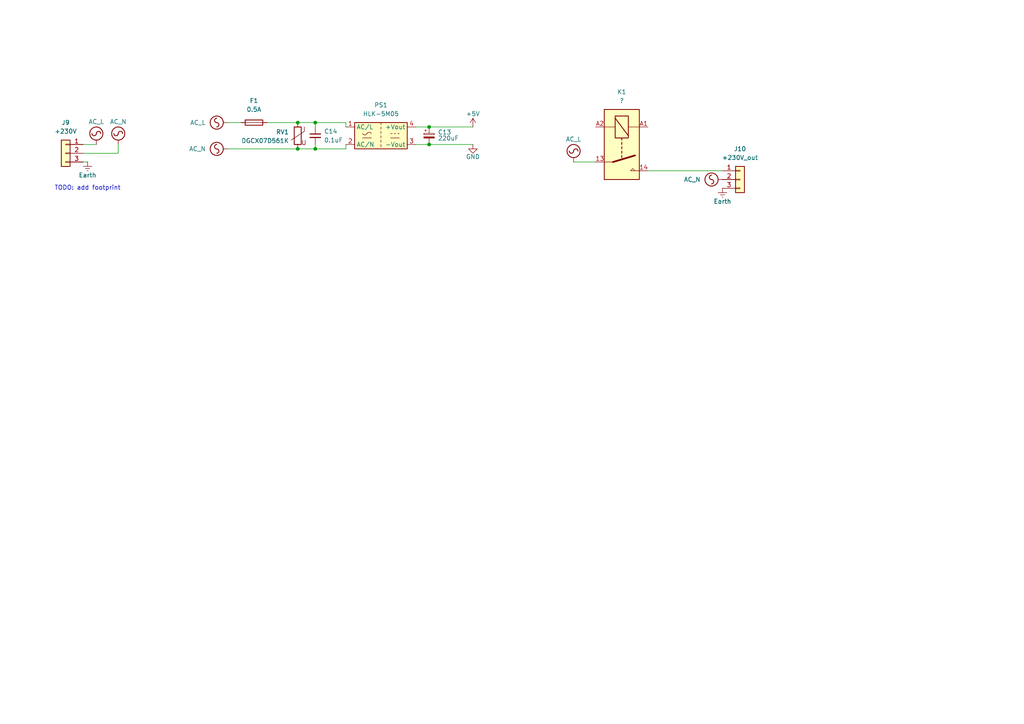
<source format=kicad_sch>
(kicad_sch (version 20250114) (generator "eeschema") (generator_version "9.0")
  (paper "A4")
  (lib_symbols
    (symbol "Connector_Generic:Conn_01x03" (pin_names (offset 1.016) (hide yes))
      (property "Reference" "J" (at 0 5.08 0))
      (property "Value" "Conn_01x03" (at 0 -5.08 0))
      (symbol "Conn_01x03_1_1"
        (rectangle (start -1.27 3.81) (end 1.27 -3.81) (stroke (width 0.254)) (fill (type background)))
        (rectangle (start -1.27 2.667) (end 0 2.413) (stroke (width 0.1524)))
        (rectangle (start -1.27 0.127) (end 0 -0.127) (stroke (width 0.1524)))
        (rectangle (start -1.27 -2.413) (end 0 -2.667) (stroke (width 0.1524)))
        (pin passive line (at -5.08 2.54 0) (length 3.81) (name "Pin_1") (number "1"))
        (pin passive line (at -5.08 0 0) (length 3.81) (name "Pin_2") (number "2"))
        (pin passive line (at -5.08 -2.54 0) (length 3.81) (name "Pin_3") (number "3"))
      )
    )
    (symbol "Converter_ACDC:HLK-5M05"
      (property "Reference" "PS" (at 0 5.08 0))
      (property "Value" "HLK-5M05" (at 0 -5.08 0))
      (symbol "HLK-5M05_0_1"
        (rectangle (start -7.62 3.81) (end 7.62 -3.81) (stroke (width 0.254)) (fill (type background)))
        (polyline (pts (xy -5.334 -0.635) (xy -2.794 -0.635)))
        (arc (start -4.064 0.635) (mid -4.699 0.2495) (end -5.334 0.635))
        (arc (start -4.064 0.635) (mid -3.429 1.0072) (end -2.794 0.635))
        (polyline (pts (xy 0 3.81) (xy 0 3.175)))
        (polyline (pts (xy 0 2.54) (xy 0 1.905)))
        (polyline (pts (xy 0 1.27) (xy 0 0.635)))
        (polyline (pts (xy 0 0) (xy 0 -0.635)))
        (polyline (pts (xy 0 -1.27) (xy 0 -1.905)))
        (polyline (pts (xy 0 -2.54) (xy 0 -3.175)))
        (polyline (pts (xy 2.794 0.635) (xy 3.302 0.635)))
        (polyline (pts (xy 2.794 -0.635) (xy 5.334 -0.635)))
        (polyline (pts (xy 3.81 0.635) (xy 4.318 0.635)))
        (polyline (pts (xy 4.826 0.635) (xy 5.334 0.635)))
      )
      (symbol "HLK-5M05_1_1"
        (pin power_in line (at -10.16 2.54 0) (length 2.54) (name "AC/L") (number "1"))
        (pin power_in line (at -10.16 -2.54 0) (length 2.54) (name "AC/N") (number "2"))
        (pin power_out line (at 10.16 2.54 180) (length 2.54) (name "+Vout") (number "4"))
        (pin power_out line (at 10.16 -2.54 180) (length 2.54) (name "-Vout") (number "3"))
      )
    )
    (symbol "Device:C_Polarized_Small" (pin_numbers (hide yes)) (pin_names (offset 0.254) (hide yes))
      (property "Reference" "C" (at 0.254 1.778 0))
      (property "Value" "C_Polarized_Small" (at 0.254 -2.032 0))
      (symbol "C_Polarized_Small_0_1"
        (rectangle (start -1.524 0.6858) (end 1.524 0.3048))
        (rectangle (start -1.524 -0.3048) (end 1.524 -0.6858) (fill (type outline)))
        (polyline (pts (xy -1.27 1.524) (xy -0.762 1.524)))
        (polyline (pts (xy -1.016 1.27) (xy -1.016 1.778)))
      )
      (symbol "C_Polarized_Small_1_1"
        (pin passive line (at 0 2.54 270) (length 1.8542) (name "~") (number "1"))
        (pin passive line (at 0 -2.54 90) (length 1.8542) (name "~") (number "2"))
      )
    )
    (symbol "Device:C_Small" (pin_numbers (hide yes)) (pin_names (offset 0.254) (hide yes))
      (property "Reference" "C" (at 0.254 1.778 0))
      (property "Value" "C_Small" (at 0.254 -2.032 0))
      (symbol "C_Small_0_1"
        (polyline (pts (xy -1.524 0.508) (xy 1.524 0.508)) (stroke (width 0.3048)))
        (polyline (pts (xy -1.524 -0.508) (xy 1.524 -0.508)) (stroke (width 0.3302)))
      )
      (symbol "C_Small_1_1"
        (pin passive line (at 0 2.54 270) (length 2.032) (name "~") (number "1"))
        (pin passive line (at 0 -2.54 90) (length 2.032) (name "~") (number "2"))
      )
    )
    (symbol "Device:Fuse" (pin_numbers (hide yes)) (pin_names (offset 0))
      (property "Reference" "F" (at 2.032 0 90))
      (property "Value" "Fuse" (at -1.905 0 90))
      (symbol "Fuse_0_1"
        (rectangle (start -0.762 -2.54) (end 0.762 2.54) (stroke (width 0.254)))
        (polyline (pts (xy 0 2.54) (xy 0 -2.54)))
      )
      (symbol "Fuse_1_1"
        (pin passive line (at 0 3.81 270) (length 1.27) (name "~") (number "1"))
        (pin passive line (at 0 -3.81 90) (length 1.27) (name "~") (number "2"))
      )
    )
    (symbol "Device:Varistor" (pin_numbers (hide yes)) (pin_names (offset 0))
      (property "Reference" "RV" (at 3.175 0 90))
      (property "Value" "Varistor" (at -3.175 0 90))
      (symbol "Varistor_0_0"
        (text "U" (at -1.778 -2.032 0) (effects (font (size 1.27 1.27))))
      )
      (symbol "Varistor_0_1"
        (polyline (pts (xy -1.905 2.54) (xy -1.905 1.27) (xy 1.905 -1.27)))
        (rectangle (start -1.016 -2.54) (end 1.016 2.54) (stroke (width 0.254)))
      )
      (symbol "Varistor_1_1"
        (pin passive line (at 0 3.81 270) (length 1.27) (name "~") (number "1"))
        (pin passive line (at 0 -3.81 90) (length 1.27) (name "~") (number "2"))
      )
    )
    (symbol "Relay:JQC-3FF-005-1H"
      (property "Reference" "K" (at 11.43 3.81 0))
      (property "Value" "JQC-3FF-005-1H" (at 11.43 1.27 0))
      (symbol "JQC-3FF-005-1H_0_0"
        (polyline (pts (xy 7.62 5.08) (xy 7.62 2.54) (xy 6.985 3.175) (xy 7.62 3.81)))
      )
      (symbol "JQC-3FF-005-1H_0_1"
        (rectangle (start -10.16 5.08) (end 10.16 -5.08) (stroke (width 0.254)) (fill (type background)))
        (rectangle (start -8.255 1.905) (end -1.905 -1.905) (stroke (width 0.254)))
        (polyline (pts (xy -7.62 -1.905) (xy -2.54 1.905)) (stroke (width 0.254)))
        (polyline (pts (xy -5.08 5.08) (xy -5.08 1.905)))
        (polyline (pts (xy -5.08 -5.08) (xy -5.08 -1.905)))
        (polyline (pts (xy -1.905 0) (xy -1.27 0)) (stroke (width 0.254)))
        (polyline (pts (xy -0.635 0) (xy 0 0)) (stroke (width 0.254)))
        (polyline (pts (xy 0.635 0) (xy 1.27 0)) (stroke (width 0.254)))
        (polyline (pts (xy 1.905 0) (xy 2.54 0)) (stroke (width 0.254)))
        (polyline (pts (xy 3.175 0) (xy 3.81 0)) (stroke (width 0.254)))
        (polyline (pts (xy 5.08 -2.54) (xy 3.175 3.81)) (stroke (width 0.508)))
        (polyline (pts (xy 5.08 -2.54) (xy 5.08 -5.08)))
      )
      (symbol "JQC-3FF-005-1H_1_1"
        (pin passive line (at -5.08 7.62 270) (length 2.54) (name "~") (number "A1"))
        (pin passive line (at -5.08 -7.62 90) (length 2.54) (name "~") (number "A2"))
        (pin passive line (at 5.08 -7.62 90) (length 2.54) (name "~") (number "13"))
        (pin passive line (at 7.62 7.62 270) (length 2.54) (name "~") (number "14"))
      )
    )
    (symbol "power:+5V" (power) (pin_numbers (hide yes)) (pin_names (offset 0) (hide yes))
      (property "Value" "+5V" (at 0 3.556 0))
      (symbol "+5V_0_1"
        (polyline (pts (xy -0.762 1.27) (xy 0 2.54)))
        (polyline (pts (xy 0 2.54) (xy 0.762 1.27)))
        (polyline (pts (xy 0 0) (xy 0 2.54)))
      )
      (symbol "+5V_1_1"
        (pin power_in line (at 0 0 90) (length 0) (name "~") (number "1"))
      )
    )
    (symbol "power:AC" (power) (pin_numbers (hide yes)) (pin_names (offset 0) (hide yes))
      (property "Value" "AC" (at 0 6.35 0))
      (symbol "AC_0_1"
        (arc (start -1.27 3.175) (mid -0.635 3.8073) (end 0 3.175) (stroke (width 0.254)))
        (circle (center 0 3.175) (radius 1.905) (stroke (width 0.254)))
        (polyline (pts (xy 0 0) (xy 0 1.27)))
        (arc (start 1.27 3.175) (mid 0.635 2.5427) (end 0 3.175) (stroke (width 0.254)))
      )
      (symbol "AC_1_1"
        (pin power_in line (at 0 0 90) (length 0) (name "~") (number "1"))
      )
    )
    (symbol "power:Earth" (power) (pin_numbers (hide yes)) (pin_names (offset 0) (hide yes))
      (property "Value" "Earth" (at 0 -3.81 0))
      (symbol "Earth_0_1"
        (polyline (pts (xy -0.635 -1.905) (xy 0.635 -1.905)))
        (polyline (pts (xy -0.127 -2.54) (xy 0.127 -2.54)))
        (polyline (pts (xy 0 -1.27) (xy 0 0)))
        (polyline (pts (xy 1.27 -1.27) (xy -1.27 -1.27)))
      )
      (symbol "Earth_1_1"
        (pin power_in line (at 0 0 270) (length 0) (name "~") (number "1"))
      )
    )
    (symbol "power:GND" (power) (pin_numbers (hide yes)) (pin_names (offset 0) (hide yes))
      (property "Value" "GND" (at 0 -3.81 0))
      (symbol "GND_0_1"
        (polyline (pts (xy 0 0) (xy 0 -1.27) (xy 1.27 -1.27) (xy 0 -2.54) (xy -1.27 -1.27) (xy 0 -1.27)))
      )
      (symbol "GND_1_1"
        (pin power_in line (at 0 0 270) (length 0) (name "~") (number "1"))
      )
    )
  )
  (text "TODO: add footprint" (at 25.4 54.61 0) (effects (font (size 1.27 1.27))))
  (junction (at 91.44 35.56))
  (junction (at 124.46 36.83))
  (junction (at 86.36 43.18))
  (junction (at 124.46 41.91))
  (junction (at 86.36 35.56))
  (junction (at 91.44 43.18))
  (wire (pts (xy 100.33 35.56) (xy 100.33 36.83)))
  (wire (pts (xy 166.37 46.99) (xy 172.72 46.99)))
  (wire (pts (xy 66.04 35.56) (xy 69.85 35.56)))
  (wire (pts (xy 91.44 43.18) (xy 100.33 43.18)))
  (wire (pts (xy 100.33 43.18) (xy 100.33 41.91)))
  (wire (pts (xy 66.04 43.18) (xy 86.36 43.18)))
  (wire (pts (xy 34.29 41.91) (xy 34.29 44.45)))
  (wire (pts (xy 86.36 43.18) (xy 91.44 43.18)))
  (wire (pts (xy 77.47 35.56) (xy 86.36 35.56)))
  (wire (pts (xy 27.94 41.91) (xy 24.13 41.91)))
  (wire (pts (xy 91.44 35.56) (xy 91.44 36.83)))
  (wire (pts (xy 34.29 44.45) (xy 24.13 44.45)))
  (wire (pts (xy 25.4 46.99) (xy 24.13 46.99)))
  (wire (pts (xy 91.44 43.18) (xy 91.44 41.91)))
  (wire (pts (xy 86.36 35.56) (xy 91.44 35.56)))
  (wire (pts (xy 120.65 36.83) (xy 124.46 36.83)))
  (wire (pts (xy 120.65 41.91) (xy 124.46 41.91)))
  (wire (pts (xy 91.44 35.56) (xy 100.33 35.56)))
  (wire (pts (xy 124.46 41.91) (xy 137.16 41.91)))
  (wire (pts (xy 187.96 49.53) (xy 209.55 49.53)))
  (wire (pts (xy 124.46 36.83) (xy 137.16 36.83)))
  (symbol (lib_id "power:AC") (at 27.94 41.91 0) (mirror y) (unit 1)
    (property "Reference" "#PWR031" (effects (hide yes)))
    (property "Value" "AC_L" (at 27.94 35.306 0))
    (property "Description" "Power symbol creates a global label with name \"AC\"" (effects (hide yes)))
  )
  (symbol (lib_id "power:AC") (at 166.37 46.99 0) (mirror y) (unit 1)
    (property "Reference" "#PWR035" (effects (hide yes)))
    (property "Value" "AC_L" (at 166.37 40.386 0))
    (property "Description" "Power symbol creates a global label with name \"AC\"" (effects (hide yes)))
  )
  (symbol (lib_id "power:AC") (at 209.55 52.07 90) (mirror x) (unit 1)
    (property "Reference" "#PWR036" (effects (hide yes)))
    (property "Value" "AC_N" (at 203.2 52.0699 90) (effects (justify left)))
    (property "Description" "Power symbol creates a global label with name \"AC\"" (effects (hide yes)))
  )
  (symbol (lib_id "Device:C_Small") (at 91.44 39.37 0) (unit 1)
    (property "Reference" "C14" (at 93.98 38.1062 0) (effects (justify left)))
    (property "Value" "0.1uF" (at 93.98 40.6462 0) (effects (justify left)))
    (property "Description" "Unpolarized capacitor, small symbol" (effects (hide yes)))
  )
  (symbol (lib_id "Connector_Generic:Conn_01x03") (at 19.05 44.45 0) (mirror y) (unit 1)
    (property "Reference" "J9" (at 19.05 35.56 0))
    (property "Value" "+230V" (at 19.05 38.1 0))
    (property "Footprint" "BarrierBlock_DORABO_1x3P9.5mm" (effects (hide yes)))
    (property "Description" "Generic connector, single row, 01x03, script generated (kicad-library-utils/schlib/autogen/connector/)" (effects (hide yes)))
    (property "LCSC" "C395959" (effects (hide yes)))
  )
  (symbol (lib_id "Device:Varistor") (at 86.36 39.37 0) (mirror y) (unit 1)
    (property "Reference" "RV1" (at 83.82 38.2932 0) (effects (justify left)))
    (property "Value" "DGCX07D561K" (at 83.82 40.8332 0) (effects (justify left)))
    (property "Footprint" "Varistor:RV_Disc_D9mm_W3.3mm_P5mm" (effects (hide yes)))
    (property "Datasheet" "https://www.lcsc.com/datasheet/C42383197.pdf" (effects (hide yes)))
    (property "Description" "Voltage dependent resistor" (effects (hide yes)))
    (property "LCSC" "C42383197" (effects (hide yes)))
  )
  (symbol (lib_id "Connector_Generic:Conn_01x03") (at 214.63 52.07 0) (unit 1)
    (property "Reference" "J10" (at 214.63 43.18 0))
    (property "Value" "+230V_out" (at 214.63 45.72 0))
    (property "Footprint" "TerminalBlock_Phoenix:TerminalBlock_Phoenix_MKDS-1,5-3-5.08_1x03_P5.08mm_Horizontal" (effects (hide yes)))
    (property "Description" "Generic connector, single row, 01x03, script generated (kicad-library-utils/schlib/autogen/connector/)" (effects (hide yes)))
  )
  (symbol (lib_id "power:Earth") (at 209.55 54.61 0) (mirror y) (unit 1)
    (property "Reference" "#PWR037" (effects (hide yes)))
    (property "Value" "Earth" (at 209.55 58.42 0))
    (property "Description" "Power symbol creates a global label with name \"Earth\"" (effects (hide yes)))
  )
  (symbol (lib_id "power:AC") (at 34.29 41.91 0) (mirror y) (unit 1)
    (property "Reference" "#PWR030" (effects (hide yes)))
    (property "Value" "AC_N" (at 34.29 35.306 0))
    (property "Description" "Power symbol creates a global label with name \"AC\"" (effects (hide yes)))
  )
  (symbol (lib_id "Device:Fuse") (at 73.66 35.56 90) (unit 1)
    (property "Reference" "F1" (at 73.66 29.21 90))
    (property "Value" "0.5A" (at 73.66 31.75 90))
    (property "Description" "Fuse" (effects (hide yes)))
  )
  (symbol (lib_id "power:+5V") (at 137.16 36.83 0) (unit 1)
    (property "Reference" "#PWR034" (effects (hide yes)))
    (property "Value" "+5V" (at 137.16 33.02 0))
    (property "Description" "Power symbol creates a global label with name \"+5V\"" (effects (hide yes)))
  )
  (symbol (lib_id "Converter_ACDC:HLK-5M05") (at 110.49 39.37 0) (unit 1)
    (property "Reference" "PS1" (at 110.49 30.48 0))
    (property "Value" "HLK-5M05" (at 110.49 33.02 0))
    (property "Footprint" "Converter_ACDC:Converter_ACDC_Hi-Link_HLK-5Mxx" (effects (hide yes)))
    (property "Datasheet" "http://h.hlktech.com/download/ACDC%E7%94%B5%E6%BA%90%E6%A8%A1%E5%9D%975W%E7%B3%BB%E5%88%97/1/%E6%B5%B7%E5%87%8C%E7%A7%915W%E7%B3%BB%E5%88%97%E7%94%B5%E6%BA%90%E6%A8%A1%E5%9D%97%E8%A7%84%E6%A0%BC%E4%B9%A6V2.8.pdf" (effects (hide yes)))
    (property "Description" "Compact AC/DC board mount power module 5W, 5V 1A" (effects (hide yes)))
    (property "LCSC" "C209907" (effects (hide yes)))
  )
  (symbol (lib_id "Device:C_Polarized_Small") (at 124.46 39.37 0) (unit 1)
    (property "Reference" "C13" (at 127 38.354 0) (effects (justify left)))
    (property "Value" "220uF" (at 127 40.0938 0) (effects (justify left)))
    (property "Footprint" "Capacitor_THT:CP_Radial_D8.0mm_P3.50mm" (effects (hide yes)))
    (property "Description" "Polarized capacitor, small symbol" (effects (hide yes)))
    (property "LCSC" "C107639" (effects (hide yes)))
  )
  (symbol (lib_id "power:AC") (at 66.04 43.18 90) (mirror x) (unit 1)
    (property "Reference" "#PWR033" (effects (hide yes)))
    (property "Value" "AC_N" (at 59.69 43.1799 90) (effects (justify left)))
    (property "Description" "Power symbol creates a global label with name \"AC\"" (effects (hide yes)))
  )
  (symbol (lib_id "power:Earth") (at 25.4 46.99 0) (mirror y) (unit 1)
    (property "Reference" "#PWR029" (effects (hide yes)))
    (property "Value" "Earth" (at 25.4 50.8 0))
    (property "Description" "Power symbol creates a global label with name \"Earth\"" (effects (hide yes)))
  )
  (symbol (lib_id "power:GND") (at 137.16 41.91 0) (unit 1)
    (property "Reference" "#PWR038" (effects (hide yes)))
    (property "Value" "GND" (at 137.16 45.466 0))
    (property "Description" "Power symbol creates a global label with name \"GND\" , ground" (effects (hide yes)))
  )
  (symbol (lib_id "Relay:JQC-3FF-005-1H") (at 180.34 41.91 270) (unit 1)
    (property "Reference" "K1" (at 180.34 26.67 90))
    (property "Value" "?" (at 180.34 29.21 90))
  )
  (symbol (lib_id "power:AC") (at 66.04 35.56 90) (mirror x) (unit 1)
    (property "Reference" "#PWR032" (effects (hide yes)))
    (property "Value" "AC_L" (at 59.69 35.5599 90) (effects (justify left)))
    (property "Description" "Power symbol creates a global label with name \"AC\"" (effects (hide yes)))
  )
)
</source>
